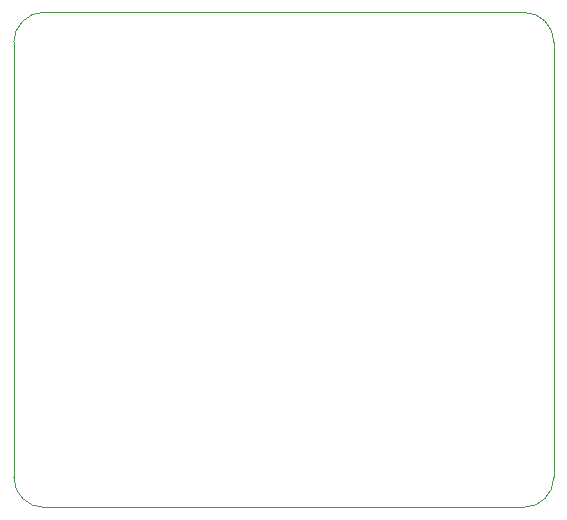
<source format=gm1>
%TF.GenerationSoftware,KiCad,Pcbnew,5.1.10-88a1d61d58~88~ubuntu20.04.1*%
%TF.CreationDate,2021-07-15T18:12:03+08:00*%
%TF.ProjectId,ble_heart,626c655f-6865-4617-9274-2e6b69636164,rev?*%
%TF.SameCoordinates,Original*%
%TF.FileFunction,Profile,NP*%
%FSLAX46Y46*%
G04 Gerber Fmt 4.6, Leading zero omitted, Abs format (unit mm)*
G04 Created by KiCad (PCBNEW 5.1.10-88a1d61d58~88~ubuntu20.04.1) date 2021-07-15 18:12:03*
%MOMM*%
%LPD*%
G01*
G04 APERTURE LIST*
%TA.AperFunction,Profile*%
%ADD10C,0.050000*%
%TD*%
G04 APERTURE END LIST*
D10*
X177800000Y-121920000D02*
G75*
G02*
X175260000Y-124460000I-2540000J0D01*
G01*
X175260000Y-124460000D02*
X134620000Y-124460000D01*
X177800000Y-85090000D02*
X177800000Y-121920000D01*
X175260000Y-82550000D02*
G75*
G02*
X177800000Y-85090000I0J-2540000D01*
G01*
X134620000Y-82550000D02*
X175260000Y-82550000D01*
X132080000Y-85090000D02*
G75*
G02*
X134620000Y-82550000I2540000J0D01*
G01*
X132080000Y-121920000D02*
X132080000Y-85090000D01*
X134620000Y-124460000D02*
G75*
G02*
X132080000Y-121920000I0J2540000D01*
G01*
M02*

</source>
